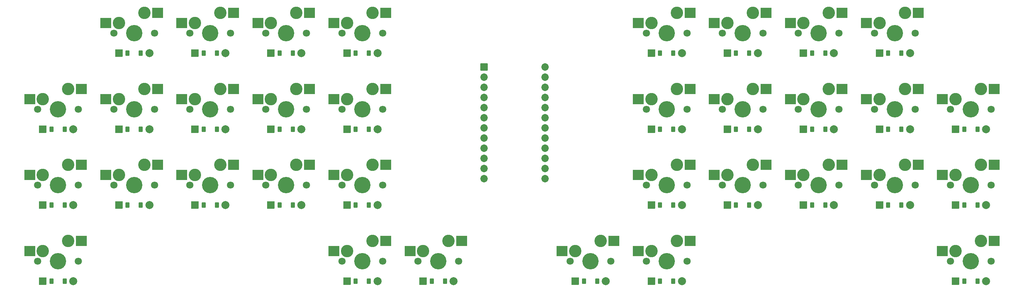
<source format=gbr>
%TF.GenerationSoftware,KiCad,Pcbnew,9.0.1*%
%TF.CreationDate,2025-05-09T00:25:46+02:00*%
%TF.ProjectId,cmrk,636d726b-2e6b-4696-9361-645f70636258,v1.0.0*%
%TF.SameCoordinates,Original*%
%TF.FileFunction,Soldermask,Bot*%
%TF.FilePolarity,Negative*%
%FSLAX46Y46*%
G04 Gerber Fmt 4.6, Leading zero omitted, Abs format (unit mm)*
G04 Created by KiCad (PCBNEW 9.0.1) date 2025-05-09 00:25:46*
%MOMM*%
%LPD*%
G01*
G04 APERTURE LIST*
G04 Aperture macros list*
%AMRoundRect*
0 Rectangle with rounded corners*
0 $1 Rounding radius*
0 $2 $3 $4 $5 $6 $7 $8 $9 X,Y pos of 4 corners*
0 Add a 4 corners polygon primitive as box body*
4,1,4,$2,$3,$4,$5,$6,$7,$8,$9,$2,$3,0*
0 Add four circle primitives for the rounded corners*
1,1,$1+$1,$2,$3*
1,1,$1+$1,$4,$5*
1,1,$1+$1,$6,$7*
1,1,$1+$1,$8,$9*
0 Add four rect primitives between the rounded corners*
20,1,$1+$1,$2,$3,$4,$5,0*
20,1,$1+$1,$4,$5,$6,$7,0*
20,1,$1+$1,$6,$7,$8,$9,0*
20,1,$1+$1,$8,$9,$2,$3,0*%
G04 Aperture macros list end*
%ADD10C,1.801800*%
%ADD11C,3.100000*%
%ADD12C,4.087800*%
%ADD13RoundRect,0.050000X-1.275000X-1.250000X1.275000X-1.250000X1.275000X1.250000X-1.275000X1.250000X0*%
%ADD14RoundRect,0.050000X-0.889000X-0.889000X0.889000X-0.889000X0.889000X0.889000X-0.889000X0.889000X0*%
%ADD15RoundRect,0.050000X-0.450000X-0.600000X0.450000X-0.600000X0.450000X0.600000X-0.450000X0.600000X0*%
%ADD16C,2.005000*%
%ADD17RoundRect,0.050000X-0.876300X0.876300X-0.876300X-0.876300X0.876300X-0.876300X0.876300X0.876300X0*%
%ADD18C,1.852600*%
G04 APERTURE END LIST*
D10*
%TO.C,S22*%
X303920000Y-62000000D03*
D11*
X305190000Y-59460000D03*
D12*
X309000000Y-62000000D03*
D11*
X311540000Y-56920000D03*
D10*
X314080000Y-62000000D03*
D13*
X301915000Y-59460000D03*
X314842000Y-56920000D03*
%TD*%
D10*
%TO.C,S19*%
X322920000Y-81000000D03*
D11*
X324190000Y-78460000D03*
D12*
X328000000Y-81000000D03*
D11*
X330540000Y-75920000D03*
D10*
X333080000Y-81000000D03*
D13*
X320915000Y-78460000D03*
X333842000Y-75920000D03*
%TD*%
D10*
%TO.C,S18*%
X322920000Y-100000000D03*
D11*
X324190000Y-97460000D03*
D12*
X328000000Y-100000000D03*
D11*
X330540000Y-94920000D03*
D10*
X333080000Y-100000000D03*
D13*
X320915000Y-97460000D03*
X333842000Y-94920000D03*
%TD*%
D14*
%TO.C,D22*%
X305190000Y-67000000D03*
D15*
X307350000Y-67000000D03*
X310650000Y-67000000D03*
D16*
X312810000Y-67000000D03*
%TD*%
D14*
%TO.C,D10*%
X153190000Y-86000000D03*
D15*
X155350000Y-86000000D03*
X158650000Y-86000000D03*
D16*
X160810000Y-86000000D03*
%TD*%
D14*
%TO.C,D24*%
X286190000Y-86000000D03*
D15*
X288350000Y-86000000D03*
X291650000Y-86000000D03*
D16*
X293810000Y-86000000D03*
%TD*%
D14*
%TO.C,D9*%
X134190000Y-48000000D03*
D15*
X136350000Y-48000000D03*
X139650000Y-48000000D03*
D16*
X141810000Y-48000000D03*
%TD*%
D14*
%TO.C,D20*%
X324190000Y-67000000D03*
D15*
X326350000Y-67000000D03*
X329650000Y-67000000D03*
D16*
X331810000Y-67000000D03*
%TD*%
D14*
%TO.C,D33*%
X248190000Y-105000000D03*
D15*
X250350000Y-105000000D03*
X253650000Y-105000000D03*
D16*
X255810000Y-105000000D03*
%TD*%
D10*
%TO.C,S10*%
X151920000Y-81000000D03*
D11*
X153190000Y-78460000D03*
D12*
X157000000Y-81000000D03*
D11*
X159540000Y-75920000D03*
D10*
X162080000Y-81000000D03*
D13*
X149915000Y-78460000D03*
X162842000Y-75920000D03*
%TD*%
D14*
%TO.C,D29*%
X267190000Y-48000000D03*
D15*
X269350000Y-48000000D03*
X272650000Y-48000000D03*
D16*
X274810000Y-48000000D03*
%TD*%
D10*
%TO.C,S34*%
X227920000Y-100000000D03*
D11*
X229190000Y-97460000D03*
D12*
X233000000Y-100000000D03*
D11*
X235540000Y-94920000D03*
D10*
X238080000Y-100000000D03*
D13*
X225915000Y-97460000D03*
X238842000Y-94920000D03*
%TD*%
D10*
%TO.C,S6*%
X113920000Y-43000000D03*
D11*
X115190000Y-40460000D03*
D12*
X119000000Y-43000000D03*
D11*
X121540000Y-37920000D03*
D10*
X124080000Y-43000000D03*
D13*
X111915000Y-40460000D03*
X124842000Y-37920000D03*
%TD*%
D10*
%TO.C,S9*%
X132920000Y-43000000D03*
D11*
X134190000Y-40460000D03*
D12*
X138000000Y-43000000D03*
D11*
X140540000Y-37920000D03*
D10*
X143080000Y-43000000D03*
D13*
X130915000Y-40460000D03*
X143842000Y-37920000D03*
%TD*%
D14*
%TO.C,D18*%
X324190000Y-105000000D03*
D15*
X326350000Y-105000000D03*
X329650000Y-105000000D03*
D16*
X331810000Y-105000000D03*
%TD*%
D10*
%TO.C,S23*%
X303920000Y-43000000D03*
D11*
X305190000Y-40460000D03*
D12*
X309000000Y-43000000D03*
D11*
X311540000Y-37920000D03*
D10*
X314080000Y-43000000D03*
D13*
X301915000Y-40460000D03*
X314842000Y-37920000D03*
%TD*%
D14*
%TO.C,D23*%
X305190000Y-48000000D03*
D15*
X307350000Y-48000000D03*
X310650000Y-48000000D03*
D16*
X312810000Y-48000000D03*
%TD*%
D10*
%TO.C,S21*%
X303920000Y-81000000D03*
D11*
X305190000Y-78460000D03*
D12*
X309000000Y-81000000D03*
D11*
X311540000Y-75920000D03*
D10*
X314080000Y-81000000D03*
D13*
X301915000Y-78460000D03*
X314842000Y-75920000D03*
%TD*%
D14*
%TO.C,D5*%
X115190000Y-67000000D03*
D15*
X117350000Y-67000000D03*
X120650000Y-67000000D03*
D16*
X122810000Y-67000000D03*
%TD*%
D14*
%TO.C,D26*%
X286190000Y-48000000D03*
D15*
X288350000Y-48000000D03*
X291650000Y-48000000D03*
D16*
X293810000Y-48000000D03*
%TD*%
D10*
%TO.C,S13*%
X170920000Y-81000000D03*
D11*
X172190000Y-78460000D03*
D12*
X176000000Y-81000000D03*
D11*
X178540000Y-75920000D03*
D10*
X181080000Y-81000000D03*
D13*
X168915000Y-78460000D03*
X181842000Y-75920000D03*
%TD*%
D10*
%TO.C,S26*%
X284920000Y-43000000D03*
D11*
X286190000Y-40460000D03*
D12*
X290000000Y-43000000D03*
D11*
X292540000Y-37920000D03*
D10*
X295080000Y-43000000D03*
D13*
X282915000Y-40460000D03*
X295842000Y-37920000D03*
%TD*%
D10*
%TO.C,S25*%
X284920000Y-62000000D03*
D11*
X286190000Y-59460000D03*
D12*
X290000000Y-62000000D03*
D11*
X292540000Y-56920000D03*
D10*
X295080000Y-62000000D03*
D13*
X282915000Y-59460000D03*
X295842000Y-56920000D03*
%TD*%
D14*
%TO.C,D31*%
X248190000Y-67000000D03*
D15*
X250350000Y-67000000D03*
X253650000Y-67000000D03*
D16*
X255810000Y-67000000D03*
%TD*%
D10*
%TO.C,S5*%
X113920000Y-62000000D03*
D11*
X115190000Y-59460000D03*
D12*
X119000000Y-62000000D03*
D11*
X121540000Y-56920000D03*
D10*
X124080000Y-62000000D03*
D13*
X111915000Y-59460000D03*
X124842000Y-56920000D03*
%TD*%
D10*
%TO.C,S2*%
X94920000Y-81000000D03*
D11*
X96190000Y-78460000D03*
D12*
X100000000Y-81000000D03*
D11*
X102540000Y-75920000D03*
D10*
X105080000Y-81000000D03*
D13*
X92915000Y-78460000D03*
X105842000Y-75920000D03*
%TD*%
D14*
%TO.C,D17*%
X191190000Y-105000000D03*
D15*
X193350000Y-105000000D03*
X196650000Y-105000000D03*
D16*
X198810000Y-105000000D03*
%TD*%
D14*
%TO.C,D14*%
X172190000Y-67000000D03*
D15*
X174350000Y-67000000D03*
X177650000Y-67000000D03*
D16*
X179810000Y-67000000D03*
%TD*%
D10*
%TO.C,S28*%
X265920000Y-62000000D03*
D11*
X267190000Y-59460000D03*
D12*
X271000000Y-62000000D03*
D11*
X273540000Y-56920000D03*
D10*
X276080000Y-62000000D03*
D13*
X263915000Y-59460000D03*
X276842000Y-56920000D03*
%TD*%
D10*
%TO.C,S15*%
X170920000Y-43000000D03*
D11*
X172190000Y-40460000D03*
D12*
X176000000Y-43000000D03*
D11*
X178540000Y-37920000D03*
D10*
X181080000Y-43000000D03*
D13*
X168915000Y-40460000D03*
X181842000Y-37920000D03*
%TD*%
D10*
%TO.C,S1*%
X94920000Y-100000000D03*
D11*
X96190000Y-97460000D03*
D12*
X100000000Y-100000000D03*
D11*
X102540000Y-94920000D03*
D10*
X105080000Y-100000000D03*
D13*
X92915000Y-97460000D03*
X105842000Y-94920000D03*
%TD*%
D14*
%TO.C,D19*%
X324190000Y-86000000D03*
D15*
X326350000Y-86000000D03*
X329650000Y-86000000D03*
D16*
X331810000Y-86000000D03*
%TD*%
D10*
%TO.C,S12*%
X151920000Y-43000000D03*
D11*
X153190000Y-40460000D03*
D12*
X157000000Y-43000000D03*
D11*
X159540000Y-37920000D03*
D10*
X162080000Y-43000000D03*
D13*
X149915000Y-40460000D03*
X162842000Y-37920000D03*
%TD*%
D14*
%TO.C,D28*%
X267190000Y-67000000D03*
D15*
X269350000Y-67000000D03*
X272650000Y-67000000D03*
D16*
X274810000Y-67000000D03*
%TD*%
D10*
%TO.C,S29*%
X265920000Y-43000000D03*
D11*
X267190000Y-40460000D03*
D12*
X271000000Y-43000000D03*
D11*
X273540000Y-37920000D03*
D10*
X276080000Y-43000000D03*
D13*
X263915000Y-40460000D03*
X276842000Y-37920000D03*
%TD*%
D10*
%TO.C,S14*%
X170920000Y-62000000D03*
D11*
X172190000Y-59460000D03*
D12*
X176000000Y-62000000D03*
D11*
X178540000Y-56920000D03*
D10*
X181080000Y-62000000D03*
D13*
X168915000Y-59460000D03*
X181842000Y-56920000D03*
%TD*%
D10*
%TO.C,S24*%
X284920000Y-81000000D03*
D11*
X286190000Y-78460000D03*
D12*
X290000000Y-81000000D03*
D11*
X292540000Y-75920000D03*
D10*
X295080000Y-81000000D03*
D13*
X282915000Y-78460000D03*
X295842000Y-75920000D03*
%TD*%
D10*
%TO.C,S20*%
X322920000Y-62000000D03*
D11*
X324190000Y-59460000D03*
D12*
X328000000Y-62000000D03*
D11*
X330540000Y-56920000D03*
D10*
X333080000Y-62000000D03*
D13*
X320915000Y-59460000D03*
X333842000Y-56920000D03*
%TD*%
D14*
%TO.C,D34*%
X229190000Y-105000000D03*
D15*
X231350000Y-105000000D03*
X234650000Y-105000000D03*
D16*
X236810000Y-105000000D03*
%TD*%
D14*
%TO.C,D27*%
X267190000Y-86000000D03*
D15*
X269350000Y-86000000D03*
X272650000Y-86000000D03*
D16*
X274810000Y-86000000D03*
%TD*%
D14*
%TO.C,D6*%
X115190000Y-48000000D03*
D15*
X117350000Y-48000000D03*
X120650000Y-48000000D03*
D16*
X122810000Y-48000000D03*
%TD*%
D14*
%TO.C,D8*%
X134190000Y-67000000D03*
D15*
X136350000Y-67000000D03*
X139650000Y-67000000D03*
D16*
X141810000Y-67000000D03*
%TD*%
D10*
%TO.C,S4*%
X113920000Y-81000000D03*
D11*
X115190000Y-78460000D03*
D12*
X119000000Y-81000000D03*
D11*
X121540000Y-75920000D03*
D10*
X124080000Y-81000000D03*
D13*
X111915000Y-78460000D03*
X124842000Y-75920000D03*
%TD*%
D14*
%TO.C,D30*%
X248190000Y-86000000D03*
D15*
X250350000Y-86000000D03*
X253650000Y-86000000D03*
D16*
X255810000Y-86000000D03*
%TD*%
D14*
%TO.C,D11*%
X153190000Y-67000000D03*
D15*
X155350000Y-67000000D03*
X158650000Y-67000000D03*
D16*
X160810000Y-67000000D03*
%TD*%
D10*
%TO.C,S30*%
X246920000Y-81000000D03*
D11*
X248190000Y-78460000D03*
D12*
X252000000Y-81000000D03*
D11*
X254540000Y-75920000D03*
D10*
X257080000Y-81000000D03*
D13*
X244915000Y-78460000D03*
X257842000Y-75920000D03*
%TD*%
D14*
%TO.C,D7*%
X134190000Y-86000000D03*
D15*
X136350000Y-86000000D03*
X139650000Y-86000000D03*
D16*
X141810000Y-86000000D03*
%TD*%
D10*
%TO.C,S16*%
X170920000Y-100000000D03*
D11*
X172190000Y-97460000D03*
D12*
X176000000Y-100000000D03*
D11*
X178540000Y-94920000D03*
D10*
X181080000Y-100000000D03*
D13*
X168915000Y-97460000D03*
X181842000Y-94920000D03*
%TD*%
D14*
%TO.C,D25*%
X286190000Y-67000000D03*
D15*
X288350000Y-67000000D03*
X291650000Y-67000000D03*
D16*
X293810000Y-67000000D03*
%TD*%
D14*
%TO.C,D32*%
X248190000Y-48000000D03*
D15*
X250350000Y-48000000D03*
X253650000Y-48000000D03*
D16*
X255810000Y-48000000D03*
%TD*%
D17*
%TO.C,MCU1*%
X206380000Y-51430000D03*
D18*
X206380000Y-53970000D03*
X206380000Y-56510000D03*
X206380000Y-59050000D03*
X206380000Y-61590000D03*
X206380000Y-64130000D03*
X206380000Y-66670000D03*
X206380000Y-69210000D03*
X206380000Y-71750000D03*
X206380000Y-74290000D03*
X206380000Y-76830000D03*
X206380000Y-79370000D03*
X221620000Y-51430000D03*
X221620000Y-53970000D03*
X221620000Y-56510000D03*
X221620000Y-59050000D03*
X221620000Y-61590000D03*
X221620000Y-64130000D03*
X221620000Y-66670000D03*
X221620000Y-69210000D03*
X221620000Y-71750000D03*
X221620000Y-74290000D03*
X221620000Y-76830000D03*
X221620000Y-79370000D03*
%TD*%
D14*
%TO.C,D1*%
X96190000Y-105000000D03*
D15*
X98350000Y-105000000D03*
X101650000Y-105000000D03*
D16*
X103810000Y-105000000D03*
%TD*%
D10*
%TO.C,S7*%
X132920000Y-81000000D03*
D11*
X134190000Y-78460000D03*
D12*
X138000000Y-81000000D03*
D11*
X140540000Y-75920000D03*
D10*
X143080000Y-81000000D03*
D13*
X130915000Y-78460000D03*
X143842000Y-75920000D03*
%TD*%
D14*
%TO.C,D21*%
X305190000Y-86000000D03*
D15*
X307350000Y-86000000D03*
X310650000Y-86000000D03*
D16*
X312810000Y-86000000D03*
%TD*%
D14*
%TO.C,D13*%
X172190000Y-86000000D03*
D15*
X174350000Y-86000000D03*
X177650000Y-86000000D03*
D16*
X179810000Y-86000000D03*
%TD*%
D14*
%TO.C,D3*%
X96190000Y-67000000D03*
D15*
X98350000Y-67000000D03*
X101650000Y-67000000D03*
D16*
X103810000Y-67000000D03*
%TD*%
D10*
%TO.C,S32*%
X246920000Y-43000000D03*
D11*
X248190000Y-40460000D03*
D12*
X252000000Y-43000000D03*
D11*
X254540000Y-37920000D03*
D10*
X257080000Y-43000000D03*
D13*
X244915000Y-40460000D03*
X257842000Y-37920000D03*
%TD*%
D10*
%TO.C,S11*%
X151920000Y-62000000D03*
D11*
X153190000Y-59460000D03*
D12*
X157000000Y-62000000D03*
D11*
X159540000Y-56920000D03*
D10*
X162080000Y-62000000D03*
D13*
X149915000Y-59460000D03*
X162842000Y-56920000D03*
%TD*%
D14*
%TO.C,D16*%
X172190000Y-105000000D03*
D15*
X174350000Y-105000000D03*
X177650000Y-105000000D03*
D16*
X179810000Y-105000000D03*
%TD*%
D10*
%TO.C,S33*%
X246920000Y-100000000D03*
D11*
X248190000Y-97460000D03*
D12*
X252000000Y-100000000D03*
D11*
X254540000Y-94920000D03*
D10*
X257080000Y-100000000D03*
D13*
X244915000Y-97460000D03*
X257842000Y-94920000D03*
%TD*%
D10*
%TO.C,S27*%
X265920000Y-81000000D03*
D11*
X267190000Y-78460000D03*
D12*
X271000000Y-81000000D03*
D11*
X273540000Y-75920000D03*
D10*
X276080000Y-81000000D03*
D13*
X263915000Y-78460000D03*
X276842000Y-75920000D03*
%TD*%
D10*
%TO.C,S8*%
X132920000Y-62000000D03*
D11*
X134190000Y-59460000D03*
D12*
X138000000Y-62000000D03*
D11*
X140540000Y-56920000D03*
D10*
X143080000Y-62000000D03*
D13*
X130915000Y-59460000D03*
X143842000Y-56920000D03*
%TD*%
D14*
%TO.C,D12*%
X153190000Y-48000000D03*
D15*
X155350000Y-48000000D03*
X158650000Y-48000000D03*
D16*
X160810000Y-48000000D03*
%TD*%
D14*
%TO.C,D15*%
X172190000Y-48000000D03*
D15*
X174350000Y-48000000D03*
X177650000Y-48000000D03*
D16*
X179810000Y-48000000D03*
%TD*%
D10*
%TO.C,S17*%
X189920000Y-100000000D03*
D11*
X191190000Y-97460000D03*
D12*
X195000000Y-100000000D03*
D11*
X197540000Y-94920000D03*
D10*
X200080000Y-100000000D03*
D13*
X187915000Y-97460000D03*
X200842000Y-94920000D03*
%TD*%
D10*
%TO.C,S31*%
X246920000Y-62000000D03*
D11*
X248190000Y-59460000D03*
D12*
X252000000Y-62000000D03*
D11*
X254540000Y-56920000D03*
D10*
X257080000Y-62000000D03*
D13*
X244915000Y-59460000D03*
X257842000Y-56920000D03*
%TD*%
D14*
%TO.C,D2*%
X96190000Y-86000000D03*
D15*
X98350000Y-86000000D03*
X101650000Y-86000000D03*
D16*
X103810000Y-86000000D03*
%TD*%
D10*
%TO.C,S3*%
X94920000Y-62000000D03*
D11*
X96190000Y-59460000D03*
D12*
X100000000Y-62000000D03*
D11*
X102540000Y-56920000D03*
D10*
X105080000Y-62000000D03*
D13*
X92915000Y-59460000D03*
X105842000Y-56920000D03*
%TD*%
D14*
%TO.C,D4*%
X115190000Y-86000000D03*
D15*
X117350000Y-86000000D03*
X120650000Y-86000000D03*
D16*
X122810000Y-86000000D03*
%TD*%
M02*

</source>
